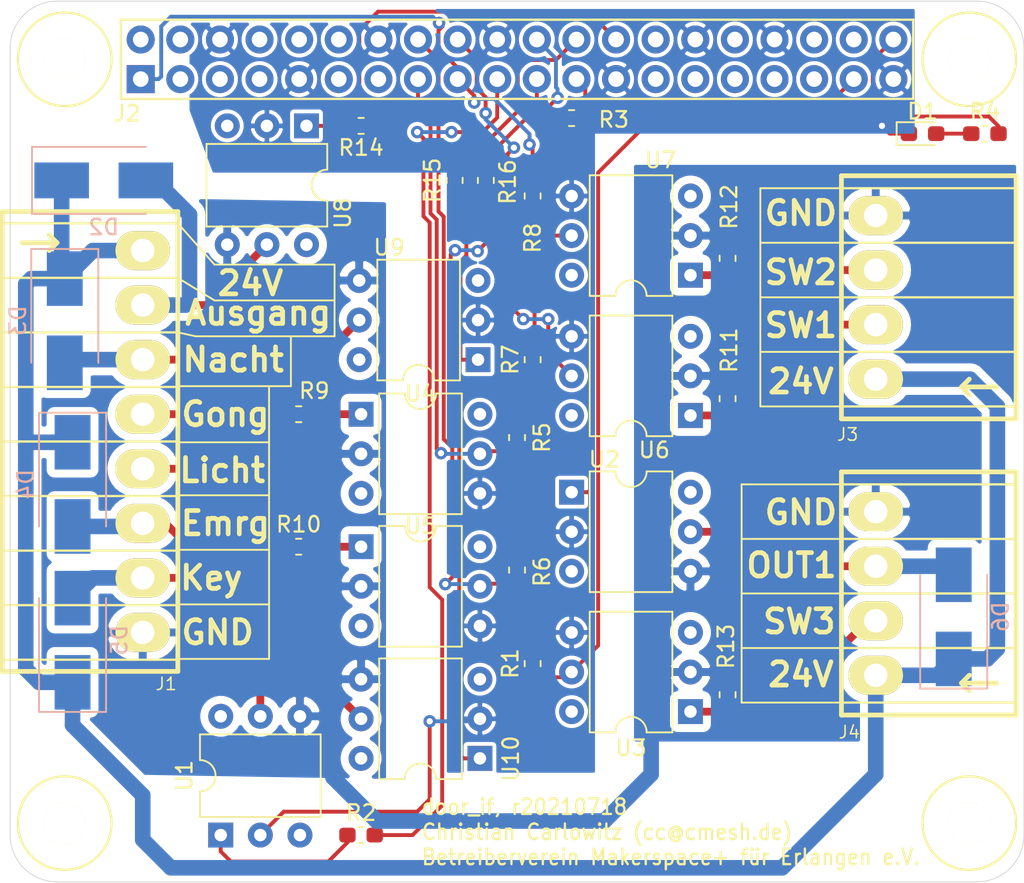
<source format=kicad_pcb>
(kicad_pcb (version 20171130) (host pcbnew 5.1.5+dfsg1-2build2)
  (layers (0 F.Cu signal) (31 B.Cu signal) (34 B.Paste user) (35 F.Paste user) (36 B.SilkS user) (37 F.SilkS user) (38 B.Mask user) (39 F.Mask user) (44 Edge.Cuts user))
  (net 0 "")
  (net 1 GND)
  (net 2 "Net-(D1-Pad2)")
  (net 3 Ausgang)
  (net 4 +24V)
  (net 5 Nacht)
  (net 6 Emergency)
  (net 7 Key)
  (net 8 OUT1)
  (net 9 Gong)
  (net 10 Licht)
  (net 11 GNDA)
  (net 12 O_Ausgang)
  (net 13 O_Nacht)
  (net 14 O_Out1)
  (net 15 I_SW2)
  (net 16 O_Emergency)
  (net 17 O_Key)
  (net 18 I_SW1)
  (net 19 +3V3)
  (net 20 I_Licht)
  (net 21 I_Gong)
  (net 22 O_LED)
  (net 23 I_SW3)
  (net 24 SW2)
  (net 25 SW1)
  (net 26 SW3)
  (net 27 "Net-(R2-Pad1)")
  (net 28 "Net-(R3-Pad1)")
  (net 29 "Net-(R9-Pad2)")
  (net 30 "Net-(R10-Pad2)")
  (net 31 "Net-(R11-Pad2)")
  (net 32 "Net-(R12-Pad2)")
  (net 33 "Net-(R13-Pad2)")
  (net 34 "Net-(R14-Pad1)")
  (net 35 "Net-(R15-Pad1)")
  (net 36 "Net-(R16-Pad1)")
  (module LED_SMD:LED_0603_1608Metric_Pad1.05x0.95mm_HandSolder (layer F.Cu) (at 146 67.5)
    (fp_text reference D1 (at 0 -1.43) (layer F.SilkS))
    (fp_text value LED)
    (pad 1 smd roundrect (at -0.875 0) (size 1.05 0.95) (layers F.Cu F.Paste F.Mask) (net 1 GND))
    (pad 2 smd roundrect (at 0.875 0) (size 1.05 0.95) (layers F.Cu F.Paste F.Mask) (net 2 "Net-(D1-Pad2)"))
  )
  (module Diode_SMD:D_SMB_Handsoldering (layer B.Cu) (at 93.5 70.5)
    (fp_text reference D2 (at 0 3) (layer B.SilkS) (effects (justify mirror)))
    (fp_text value MBRS240)
    (pad 2 smd rect (at 2.7 0) (size 3.5 2.3) (layers B.Cu B.Paste B.Mask) (net 3 Ausgang))
    (pad 1 smd rect (at -2.7 0) (size 3.5 2.3) (layers B.Cu B.Paste B.Mask) (net 4 +24V))
  )
  (module Diode_SMD:D_SMB_Handsoldering (layer B.Cu) (at 91 79.5 270)
    (fp_text reference D3 (at 0 3 90) (layer B.SilkS) (effects (justify mirror)))
    (fp_text value MBRS240)
    (pad 1 smd rect (at -2.7 0 270) (size 3.5 2.3) (layers B.Cu B.Paste B.Mask) (net 4 +24V))
    (pad 2 smd rect (at 2.7 0 270) (size 3.5 2.3) (layers B.Cu B.Paste B.Mask) (net 5 Nacht))
  )
  (module Diode_SMD:D_SMB_Handsoldering (layer B.Cu) (at 91.5 90 270)
    (fp_text reference D4 (at 0 3 90) (layer B.SilkS) (effects (justify mirror)))
    (fp_text value MBRS240)
    (pad 2 smd rect (at 2.7 0 270) (size 3.5 2.3) (layers B.Cu B.Paste B.Mask) (net 6 Emergency))
    (pad 1 smd rect (at -2.7 0 270) (size 3.5 2.3) (layers B.Cu B.Paste B.Mask) (net 4 +24V))
  )
  (module Diode_SMD:D_SMB_Handsoldering (layer B.Cu) (at 91.5 100 90)
    (fp_text reference D5 (at 0 3 270) (layer B.SilkS) (effects (justify mirror)))
    (fp_text value MBRS240)
    (pad 1 smd rect (at -2.7 0 90) (size 3.5 2.3) (layers B.Cu B.Paste B.Mask) (net 4 +24V))
    (pad 2 smd rect (at 2.7 0 90) (size 3.5 2.3) (layers B.Cu B.Paste B.Mask) (net 7 Key))
  )
  (module Diode_SMD:D_SMB_Handsoldering (layer B.Cu) (at 148 98.5 90)
    (fp_text reference D6 (at 0 3 270) (layer B.SilkS) (effects (justify mirror)))
    (fp_text value MBRS240)
    (pad 1 smd rect (at -2.7 0 90) (size 3.5 2.3) (layers B.Cu B.Paste B.Mask) (net 4 +24V))
    (pad 2 smd rect (at 2.7 0 90) (size 3.5 2.3) (layers B.Cu B.Paste B.Mask) (net 8 OUT1))
  )
  (module cc_con-lst:con-ria-TYPE_182_169_8PIN (layer F.Cu) (at 96 75 270)
    (fp_text reference J1 (at 27.8 -1.5 180) (layer F.SilkS) (effects (font (size 0.8 0.8) (thickness 0.1))))
    (fp_text value Conn_01x08 hide)
    (pad 1 thru_hole oval (at 0 0 270) (size 2.5 3.5) (drill 1.5) (layers *.Cu *.Mask F.Paste F.SilkS) (net 4 +24V))
    (pad 2 thru_hole oval (at 3.49758 0 270) (size 2.5 3.5) (drill 1.5) (layers *.Cu *.Mask F.Paste F.SilkS) (net 3 Ausgang))
    (pad 3 thru_hole oval (at 6.9977 0 270) (size 2.5 3.5) (drill 1.5) (layers *.Cu *.Mask F.Paste F.SilkS) (net 5 Nacht))
    (pad 4 thru_hole oval (at 10.49782 0 270) (size 2.5 3.5) (drill 1.5) (layers *.Cu *.Mask F.Paste F.SilkS) (net 9 Gong))
    (pad 5 thru_hole oval (at 14 0 270) (size 2.5 3.5) (drill 1.5) (layers *.Cu *.Mask F.Paste F.SilkS) (net 10 Licht))
    (pad 6 thru_hole oval (at 17.5 0 270) (size 2.5 3.5) (drill 1.5) (layers *.Cu *.Mask F.Paste F.SilkS) (net 6 Emergency))
    (pad 7 thru_hole oval (at 21 0 270) (size 2.5 3.5) (drill 1.5) (layers *.Cu *.Mask F.Paste F.SilkS) (net 7 Key))
    (pad 8 thru_hole oval (at 24.5 0 270) (size 2.5 3.5) (drill 1.5) (layers *.Cu *.Mask F.Paste F.SilkS) (net 11 GNDA))
  )
  (module cc_rpi:CC_RPI_3_4 (layer F.Cu) (at 95.87 64)
    (fp_text reference J2 (at -0.87 2.2) (layer F.SilkS))
    (fp_text value Raspberry_Pi_2_3 hide)
    (pad "" np_thru_hole circle (at 53.13 47.73) (size 2.7 2.7) (drill 2.7) (layers *.Cu *.Mask F.SilkS))
    (pad "" np_thru_hole circle (at -4.87 47.73) (size 2.7 2.7) (drill 2.7) (layers *.Cu *.Mask F.SilkS))
    (pad "" np_thru_hole circle (at -4.87 -1.27) (size 2.7 2.7) (drill 2.7) (layers *.Cu *.Mask F.SilkS))
    (pad "" np_thru_hole circle (at 53.13 -1.27) (size 2.7 2.7) (drill 2.7) (layers *.Cu *.Mask F.SilkS))
    (pad 26 thru_hole circle (at 30.48 -2.54) (size 1.8 1.8) (drill 1) (layers *.Cu *.Mask) (net 12 O_Ausgang))
    (pad 25 thru_hole circle (at 30.48 0) (size 1.8 1.8) (drill 1) (layers *.Cu *.Mask) (net 1 GND))
    (pad 24 thru_hole circle (at 27.94 -2.54) (size 1.8 1.8) (drill 1) (layers *.Cu *.Mask) (net 13 O_Nacht))
    (pad 23 thru_hole circle (at 27.94 0) (size 1.8 1.8) (drill 1) (layers *.Cu *.Mask) (net 14 O_Out1))
    (pad 22 thru_hole circle (at 25.4 -2.54) (size 1.8 1.8) (drill 1) (layers *.Cu *.Mask) (net 15 I_SW2))
    (pad 21 thru_hole circle (at 25.4 0) (size 1.8 1.8) (drill 1) (layers *.Cu *.Mask) (net 16 O_Emergency))
    (pad 20 thru_hole circle (at 22.86 -2.54) (size 1.8 1.8) (drill 1) (layers *.Cu *.Mask) (net 1 GND))
    (pad 19 thru_hole circle (at 22.86 0) (size 1.8 1.8) (drill 1) (layers *.Cu *.Mask) (net 17 O_Key))
    (pad 18 thru_hole circle (at 20.32 -2.54) (size 1.8 1.8) (drill 1) (layers *.Cu *.Mask) (net 18 I_SW1))
    (pad 17 thru_hole circle (at 20.32 0) (size 1.8 1.8) (drill 1) (layers *.Cu *.Mask) (net 19 +3V3))
    (pad 16 thru_hole circle (at 17.78 -2.54) (size 1.8 1.8) (drill 1) (layers *.Cu *.Mask) (net 20 I_Licht))
    (pad 15 thru_hole circle (at 17.78 0) (size 1.8 1.8) (drill 1) (layers *.Cu *.Mask) (net 21 I_Gong))
    (pad 14 thru_hole circle (at 15.24 -2.54) (size 1.8 1.8) (drill 1) (layers *.Cu *.Mask) (net 1 GND))
    (pad 13 thru_hole circle (at 15.24 0) (size 1.8 1.8) (drill 1) (layers *.Cu *.Mask))
    (pad 12 thru_hole circle (at 12.7 -2.54) (size 1.8 1.8) (drill 1) (layers *.Cu *.Mask))
    (pad 11 thru_hole circle (at 12.7 0) (size 1.8 1.8) (drill 1) (layers *.Cu *.Mask))
    (pad 10 thru_hole circle (at 10.16 -2.54) (size 1.8 1.8) (drill 1) (layers *.Cu *.Mask))
    (pad 9 thru_hole circle (at 10.16 0) (size 1.8 1.8) (drill 1) (layers *.Cu *.Mask) (net 1 GND))
    (pad 8 thru_hole circle (at 7.62 -2.54) (size 1.8 1.8) (drill 1) (layers *.Cu *.Mask))
    (pad 7 thru_hole circle (at 7.62 0) (size 1.8 1.8) (drill 1) (layers *.Cu *.Mask))
    (pad 6 thru_hole circle (at 5.08 -2.54) (size 1.8 1.8) (drill 1) (layers *.Cu *.Mask) (net 1 GND))
    (pad 5 thru_hole circle (at 5.08 0) (size 1.8 1.8) (drill 1) (layers *.Cu *.Mask))
    (pad 4 thru_hole circle (at 2.54 -2.54) (size 1.8 1.8) (drill 1) (layers *.Cu *.Mask))
    (pad 3 thru_hole circle (at 2.54 0) (size 1.8 1.8) (drill 1) (layers *.Cu *.Mask))
    (pad 2 thru_hole circle (at 0 -2.54) (size 1.8 1.8) (drill 1) (layers *.Cu *.Mask))
    (pad 1 thru_hole rect (at 0 0) (size 1.8 1.8) (drill 1) (layers *.Cu *.Mask) (net 19 +3V3))
    (pad 27 thru_hole circle (at 33.02 0) (size 1.8 1.8) (drill 1) (layers *.Cu *.Mask))
    (pad 28 thru_hole circle (at 33.02 -2.54) (size 1.8 1.8) (drill 1) (layers *.Cu *.Mask))
    (pad 29 thru_hole circle (at 35.56 0) (size 1.8 1.8) (drill 1) (layers *.Cu *.Mask))
    (pad 30 thru_hole circle (at 35.56 -2.54) (size 1.8 1.8) (drill 1) (layers *.Cu *.Mask) (net 1 GND))
    (pad 31 thru_hole circle (at 38.1 0) (size 1.8 1.8) (drill 1) (layers *.Cu *.Mask))
    (pad 32 thru_hole circle (at 38.1 -2.54) (size 1.8 1.8) (drill 1) (layers *.Cu *.Mask))
    (pad 33 thru_hole circle (at 40.64 0) (size 1.8 1.8) (drill 1) (layers *.Cu *.Mask))
    (pad 34 thru_hole circle (at 40.64 -2.54) (size 1.8 1.8) (drill 1) (layers *.Cu *.Mask) (net 1 GND))
    (pad 35 thru_hole circle (at 43.18 0) (size 1.8 1.8) (drill 1) (layers *.Cu *.Mask))
    (pad 36 thru_hole circle (at 43.18 -2.54) (size 1.8 1.8) (drill 1) (layers *.Cu *.Mask))
    (pad 37 thru_hole circle (at 45.72 0) (size 1.8 1.8) (drill 1) (layers *.Cu *.Mask) (net 23 I_SW3))
    (pad 38 thru_hole circle (at 45.72 -2.54) (size 1.8 1.8) (drill 1) (layers *.Cu *.Mask))
    (pad 39 thru_hole circle (at 48.26 0) (size 1.8 1.8) (drill 1) (layers *.Cu *.Mask) (net 1 GND))
    (pad 40 thru_hole circle (at 48.26 -2.54) (size 1.8 1.8) (drill 1) (layers *.Cu *.Mask) (net 22 O_LED))
  )
  (module cc_con-lst:con-ria-TYPE_182_169_4PIN (layer F.Cu) (at 143 78 90)
    (fp_text reference J3 (at -8.8 -1.8 180) (layer F.SilkS) (effects (font (size 0.8 0.8) (thickness 0.1))))
    (fp_text value Conn_01x04 hide)
    (pad 4 thru_hole oval (at 5.24782 0 90) (size 2.5 3.5) (drill 1.5) (layers *.Cu *.Mask F.Paste F.SilkS) (net 11 GNDA))
    (pad 3 thru_hole oval (at 1.7477 0 90) (size 2.5 3.5) (drill 1.5) (layers *.Cu *.Mask F.Paste F.SilkS) (net 24 SW2))
    (pad 2 thru_hole oval (at -1.75242 0 90) (size 2.5 3.5) (drill 1.5) (layers *.Cu *.Mask F.Paste F.SilkS) (net 25 SW1))
    (pad 1 thru_hole oval (at -5.25 0 90) (size 2.5 3.5) (drill 1.5) (layers *.Cu *.Mask F.Paste F.SilkS) (net 4 +24V))
  )
  (module cc_con-lst:con-ria-TYPE_182_169_4PIN (layer F.Cu) (at 143 97 90)
    (fp_text reference J4 (at -8.9 -1.7 180) (layer F.SilkS) (effects (font (size 0.8 0.8) (thickness 0.1))))
    (fp_text value Conn_01x04 hide)
    (pad 1 thru_hole oval (at -5.25 0 90) (size 2.5 3.5) (drill 1.5) (layers *.Cu *.Mask F.Paste F.SilkS) (net 4 +24V))
    (pad 2 thru_hole oval (at -1.75242 0 90) (size 2.5 3.5) (drill 1.5) (layers *.Cu *.Mask F.Paste F.SilkS) (net 26 SW3))
    (pad 3 thru_hole oval (at 1.7477 0 90) (size 2.5 3.5) (drill 1.5) (layers *.Cu *.Mask F.Paste F.SilkS) (net 8 OUT1))
    (pad 4 thru_hole oval (at 5.24782 0 90) (size 2.5 3.5) (drill 1.5) (layers *.Cu *.Mask F.Paste F.SilkS) (net 11 GNDA))
  )
  (module Resistor_SMD:R_0603_1608Metric_Pad1.05x0.95mm_HandSolder (layer F.Cu) (at 121 101.5 90)
    (fp_text reference R1 (at 0 -1.43 90) (layer F.SilkS))
    (fp_text value 10k)
    (pad 2 smd roundrect (at 0.875 0 90) (size 1.05 0.95) (layers F.Cu F.Paste F.Mask) (net 19 +3V3))
    (pad 1 smd roundrect (at -0.875 0 90) (size 1.05 0.95) (layers F.Cu F.Paste F.Mask) (net 23 I_SW3))
  )
  (module Resistor_SMD:R_0603_1608Metric_Pad1.05x0.95mm_HandSolder (layer F.Cu) (at 110 112.5)
    (fp_text reference R2 (at 0 -1.43) (layer F.SilkS))
    (fp_text value 220)
    (pad 2 smd roundrect (at 0.875 0) (size 1.05 0.95) (layers F.Cu F.Paste F.Mask) (net 17 O_Key))
    (pad 1 smd roundrect (at -0.875 0) (size 1.05 0.95) (layers F.Cu F.Paste F.Mask) (net 27 "Net-(R2-Pad1)"))
  )
  (module Resistor_SMD:R_0603_1608Metric_Pad1.05x0.95mm_HandSolder (layer F.Cu) (at 123.5 66.5)
    (fp_text reference R3 (at 2.7 0.1) (layer F.SilkS))
    (fp_text value 220)
    (pad 1 smd roundrect (at -0.875 0) (size 1.05 0.95) (layers F.Cu F.Paste F.Mask) (net 28 "Net-(R3-Pad1)"))
    (pad 2 smd roundrect (at 0.875 0) (size 1.05 0.95) (layers F.Cu F.Paste F.Mask) (net 14 O_Out1))
  )
  (module Resistor_SMD:R_0603_1608Metric_Pad1.05x0.95mm_HandSolder (layer F.Cu) (at 150 67.5)
    (fp_text reference R4 (at 0 -1.43) (layer F.SilkS))
    (fp_text value 470)
    (pad 2 smd roundrect (at 0.875 0) (size 1.05 0.95) (layers F.Cu F.Paste F.Mask) (net 22 O_LED))
    (pad 1 smd roundrect (at -0.875 0) (size 1.05 0.95) (layers F.Cu F.Paste F.Mask) (net 2 "Net-(D1-Pad2)"))
  )
  (module Resistor_SMD:R_0603_1608Metric_Pad1.05x0.95mm_HandSolder (layer F.Cu) (at 120 87 90)
    (fp_text reference R5 (at 0 1.6 90) (layer F.SilkS))
    (fp_text value 10k)
    (pad 2 smd roundrect (at 0.875 0 90) (size 1.05 0.95) (layers F.Cu F.Paste F.Mask) (net 19 +3V3))
    (pad 1 smd roundrect (at -0.875 0 90) (size 1.05 0.95) (layers F.Cu F.Paste F.Mask) (net 21 I_Gong))
  )
  (module Resistor_SMD:R_0603_1608Metric_Pad1.05x0.95mm_HandSolder (layer F.Cu) (at 120 95.5 90)
    (fp_text reference R6 (at -0.1 1.6 90) (layer F.SilkS))
    (fp_text value 10k)
    (pad 2 smd roundrect (at 0.875 0 90) (size 1.05 0.95) (layers F.Cu F.Paste F.Mask) (net 19 +3V3))
    (pad 1 smd roundrect (at -0.875 0 90) (size 1.05 0.95) (layers F.Cu F.Paste F.Mask) (net 20 I_Licht))
  )
  (module Resistor_SMD:R_0603_1608Metric_Pad1.05x0.95mm_HandSolder (layer F.Cu) (at 121 82 90)
    (fp_text reference R7 (at 0 -1.43 90) (layer F.SilkS))
    (fp_text value 10k)
    (pad 1 smd roundrect (at -0.875 0 90) (size 1.05 0.95) (layers F.Cu F.Paste F.Mask) (net 18 I_SW1))
    (pad 2 smd roundrect (at 0.875 0 90) (size 1.05 0.95) (layers F.Cu F.Paste F.Mask) (net 19 +3V3))
  )
  (module Resistor_SMD:R_0603_1608Metric_Pad1.05x0.95mm_HandSolder (layer F.Cu) (at 121 71.5 90)
    (fp_text reference R8 (at -2.7 0 90) (layer F.SilkS))
    (fp_text value 10k)
    (pad 2 smd roundrect (at 0.875 0 90) (size 1.05 0.95) (layers F.Cu F.Paste F.Mask) (net 19 +3V3))
    (pad 1 smd roundrect (at -0.875 0 90) (size 1.05 0.95) (layers F.Cu F.Paste F.Mask) (net 15 I_SW2))
  )
  (module Resistor_SMD:R_0603_1608Metric_Pad1.05x0.95mm_HandSolder (layer F.Cu) (at 106 85.5)
    (fp_text reference R9 (at 1 -1.5) (layer F.SilkS))
    (fp_text value 22k)
    (pad 2 smd roundrect (at 0.875 0) (size 1.05 0.95) (layers F.Cu F.Paste F.Mask) (net 29 "Net-(R9-Pad2)"))
    (pad 1 smd roundrect (at -0.875 0) (size 1.05 0.95) (layers F.Cu F.Paste F.Mask) (net 9 Gong))
  )
  (module Resistor_SMD:R_0603_1608Metric_Pad1.05x0.95mm_HandSolder (layer F.Cu) (at 106 94)
    (fp_text reference R10 (at 0 -1.43) (layer F.SilkS))
    (fp_text value 22k)
    (pad 1 smd roundrect (at -0.875 0) (size 1.05 0.95) (layers F.Cu F.Paste F.Mask) (net 10 Licht))
    (pad 2 smd roundrect (at 0.875 0) (size 1.05 0.95) (layers F.Cu F.Paste F.Mask) (net 30 "Net-(R10-Pad2)"))
  )
  (module Resistor_SMD:R_0603_1608Metric_Pad1.05x0.95mm_HandSolder (layer F.Cu) (at 133.5 84.5 270)
    (fp_text reference R11 (at -3.1 -0.1 90) (layer F.SilkS))
    (fp_text value 22k)
    (pad 2 smd roundrect (at 0.875 0 270) (size 1.05 0.95) (layers F.Cu F.Paste F.Mask) (net 31 "Net-(R11-Pad2)"))
    (pad 1 smd roundrect (at -0.875 0 270) (size 1.05 0.95) (layers F.Cu F.Paste F.Mask) (net 25 SW1))
  )
  (module Resistor_SMD:R_0603_1608Metric_Pad1.05x0.95mm_HandSolder (layer F.Cu) (at 133.5 75.5 270)
    (fp_text reference R12 (at -3.3 -0.1 90) (layer F.SilkS))
    (fp_text value 22k)
    (pad 1 smd roundrect (at -0.875 0 270) (size 1.05 0.95) (layers F.Cu F.Paste F.Mask) (net 24 SW2))
    (pad 2 smd roundrect (at 0.875 0 270) (size 1.05 0.95) (layers F.Cu F.Paste F.Mask) (net 32 "Net-(R12-Pad2)"))
  )
  (module Resistor_SMD:R_0603_1608Metric_Pad1.05x0.95mm_HandSolder (layer F.Cu) (at 133.5 103.5 270)
    (fp_text reference R13 (at -3.1 0.1 90) (layer F.SilkS))
    (fp_text value 22k)
    (pad 1 smd roundrect (at -0.875 0 270) (size 1.05 0.95) (layers F.Cu F.Paste F.Mask) (net 26 SW3))
    (pad 2 smd roundrect (at 0.875 0 270) (size 1.05 0.95) (layers F.Cu F.Paste F.Mask) (net 33 "Net-(R13-Pad2)"))
  )
  (module Resistor_SMD:R_0603_1608Metric_Pad1.05x0.95mm_HandSolder (layer F.Cu) (at 110 67)
    (fp_text reference R14 (at 0 1.4) (layer F.SilkS))
    (fp_text value 220)
    (pad 1 smd roundrect (at -0.875 0) (size 1.05 0.95) (layers F.Cu F.Paste F.Mask) (net 34 "Net-(R14-Pad1)"))
    (pad 2 smd roundrect (at 0.875 0) (size 1.05 0.95) (layers F.Cu F.Paste F.Mask) (net 12 O_Ausgang))
  )
  (module Resistor_SMD:R_0603_1608Metric_Pad1.05x0.95mm_HandSolder (layer F.Cu) (at 116 70.5 90)
    (fp_text reference R15 (at 0 -1.43 90) (layer F.SilkS))
    (fp_text value 220)
    (pad 1 smd roundrect (at -0.875 0 90) (size 1.05 0.95) (layers F.Cu F.Paste F.Mask) (net 35 "Net-(R15-Pad1)"))
    (pad 2 smd roundrect (at 0.875 0 90) (size 1.05 0.95) (layers F.Cu F.Paste F.Mask) (net 13 O_Nacht))
  )
  (module Resistor_SMD:R_0603_1608Metric_Pad1.05x0.95mm_HandSolder (layer F.Cu) (at 118 70.5 90)
    (fp_text reference R16 (at -0.1 1.4 90) (layer F.SilkS))
    (fp_text value 220)
    (pad 1 smd roundrect (at -0.875 0 90) (size 1.05 0.95) (layers F.Cu F.Paste F.Mask) (net 36 "Net-(R16-Pad1)"))
    (pad 2 smd roundrect (at 0.875 0 90) (size 1.05 0.95) (layers F.Cu F.Paste F.Mask) (net 16 O_Emergency))
  )
  (module Package_DIP:DIP-6_W7.62mm (layer F.Cu) (at 101 112.5 90)
    (fp_text reference U1 (at 3.81 -2.33 90) (layer F.SilkS))
    (fp_text value 4N32)
    (pad 6 thru_hole oval (at 7.62 0 90) (size 1.6 1.6) (drill 0.8) (layers *.Cu *.Mask))
    (pad 3 thru_hole oval (at 0 5.08 90) (size 1.6 1.6) (drill 0.8) (layers *.Cu *.Mask))
    (pad 5 thru_hole oval (at 7.62 2.54 90) (size 1.6 1.6) (drill 0.8) (layers *.Cu *.Mask) (net 7 Key))
    (pad 2 thru_hole oval (at 0 2.54 90) (size 1.6 1.6) (drill 0.8) (layers *.Cu *.Mask) (net 1 GND))
    (pad 4 thru_hole oval (at 7.62 5.08 90) (size 1.6 1.6) (drill 0.8) (layers *.Cu *.Mask) (net 11 GNDA))
    (pad 1 thru_hole rect (at 0 0 90) (size 1.6 1.6) (drill 0.8) (layers *.Cu *.Mask) (net 27 "Net-(R2-Pad1)"))
  )
  (module Package_DIP:DIP-6_W7.62mm (layer F.Cu) (at 123.5 90.5)
    (fp_text reference U2 (at 2.1 -2.1) (layer F.SilkS))
    (fp_text value 4N32)
    (pad 1 thru_hole rect (at 0 0) (size 1.6 1.6) (drill 0.8) (layers *.Cu *.Mask) (net 28 "Net-(R3-Pad1)"))
    (pad 4 thru_hole oval (at 7.62 5.08) (size 1.6 1.6) (drill 0.8) (layers *.Cu *.Mask) (net 11 GNDA))
    (pad 2 thru_hole oval (at 0 2.54) (size 1.6 1.6) (drill 0.8) (layers *.Cu *.Mask) (net 1 GND))
    (pad 5 thru_hole oval (at 7.62 2.54) (size 1.6 1.6) (drill 0.8) (layers *.Cu *.Mask) (net 8 OUT1))
    (pad 3 thru_hole oval (at 0 5.08) (size 1.6 1.6) (drill 0.8) (layers *.Cu *.Mask))
    (pad 6 thru_hole oval (at 7.62 0) (size 1.6 1.6) (drill 0.8) (layers *.Cu *.Mask))
  )
  (module Package_DIP:DIP-6_W7.62mm (layer F.Cu) (at 131.12 104.58 180)
    (fp_text reference U3 (at 3.81 -2.33) (layer F.SilkS))
    (fp_text value 4N32)
    (pad 1 thru_hole rect (at 0 0 180) (size 1.6 1.6) (drill 0.8) (layers *.Cu *.Mask) (net 33 "Net-(R13-Pad2)"))
    (pad 4 thru_hole oval (at 7.62 5.08 180) (size 1.6 1.6) (drill 0.8) (layers *.Cu *.Mask) (net 1 GND))
    (pad 2 thru_hole oval (at 0 2.54 180) (size 1.6 1.6) (drill 0.8) (layers *.Cu *.Mask) (net 11 GNDA))
    (pad 5 thru_hole oval (at 7.62 2.54 180) (size 1.6 1.6) (drill 0.8) (layers *.Cu *.Mask) (net 23 I_SW3))
    (pad 3 thru_hole oval (at 0 5.08 180) (size 1.6 1.6) (drill 0.8) (layers *.Cu *.Mask))
    (pad 6 thru_hole oval (at 7.62 0 180) (size 1.6 1.6) (drill 0.8) (layers *.Cu *.Mask))
  )
  (module Package_DIP:DIP-6_W7.62mm (layer F.Cu) (at 110 85.5)
    (fp_text reference U4 (at 3.81 -1.33) (layer F.SilkS))
    (fp_text value 4N32)
    (pad 6 thru_hole oval (at 7.62 0) (size 1.6 1.6) (drill 0.8) (layers *.Cu *.Mask))
    (pad 3 thru_hole oval (at 0 5.08) (size 1.6 1.6) (drill 0.8) (layers *.Cu *.Mask))
    (pad 5 thru_hole oval (at 7.62 2.54) (size 1.6 1.6) (drill 0.8) (layers *.Cu *.Mask) (net 21 I_Gong))
    (pad 2 thru_hole oval (at 0 2.54) (size 1.6 1.6) (drill 0.8) (layers *.Cu *.Mask) (net 11 GNDA))
    (pad 4 thru_hole oval (at 7.62 5.08) (size 1.6 1.6) (drill 0.8) (layers *.Cu *.Mask) (net 1 GND))
    (pad 1 thru_hole rect (at 0 0) (size 1.6 1.6) (drill 0.8) (layers *.Cu *.Mask) (net 29 "Net-(R9-Pad2)"))
  )
  (module Package_DIP:DIP-6_W7.62mm (layer F.Cu) (at 110 94)
    (fp_text reference U5 (at 3.81 -1.33) (layer F.SilkS))
    (fp_text value 4N32)
    (pad 1 thru_hole rect (at 0 0) (size 1.6 1.6) (drill 0.8) (layers *.Cu *.Mask) (net 30 "Net-(R10-Pad2)"))
    (pad 4 thru_hole oval (at 7.62 5.08) (size 1.6 1.6) (drill 0.8) (layers *.Cu *.Mask) (net 1 GND))
    (pad 2 thru_hole oval (at 0 2.54) (size 1.6 1.6) (drill 0.8) (layers *.Cu *.Mask) (net 11 GNDA))
    (pad 5 thru_hole oval (at 7.62 2.54) (size 1.6 1.6) (drill 0.8) (layers *.Cu *.Mask) (net 20 I_Licht))
    (pad 3 thru_hole oval (at 0 5.08) (size 1.6 1.6) (drill 0.8) (layers *.Cu *.Mask))
    (pad 6 thru_hole oval (at 7.62 0) (size 1.6 1.6) (drill 0.8) (layers *.Cu *.Mask))
  )
  (module Package_DIP:DIP-6_W7.62mm (layer F.Cu) (at 131.12 85.58 180)
    (fp_text reference U6 (at 2.32 -2.22) (layer F.SilkS))
    (fp_text value 4N32)
    (pad 6 thru_hole oval (at 7.62 0 180) (size 1.6 1.6) (drill 0.8) (layers *.Cu *.Mask))
    (pad 3 thru_hole oval (at 0 5.08 180) (size 1.6 1.6) (drill 0.8) (layers *.Cu *.Mask))
    (pad 5 thru_hole oval (at 7.62 2.54 180) (size 1.6 1.6) (drill 0.8) (layers *.Cu *.Mask) (net 18 I_SW1))
    (pad 2 thru_hole oval (at 0 2.54 180) (size 1.6 1.6) (drill 0.8) (layers *.Cu *.Mask) (net 11 GNDA))
    (pad 4 thru_hole oval (at 7.62 5.08 180) (size 1.6 1.6) (drill 0.8) (layers *.Cu *.Mask) (net 1 GND))
    (pad 1 thru_hole rect (at 0 0 180) (size 1.6 1.6) (drill 0.8) (layers *.Cu *.Mask) (net 31 "Net-(R11-Pad2)"))
  )
  (module Package_DIP:DIP-6_W7.62mm (layer F.Cu) (at 131.12 76.58 180)
    (fp_text reference U7 (at 1.92 7.38) (layer F.SilkS))
    (fp_text value 4N32)
    (pad 1 thru_hole rect (at 0 0 180) (size 1.6 1.6) (drill 0.8) (layers *.Cu *.Mask) (net 32 "Net-(R12-Pad2)"))
    (pad 4 thru_hole oval (at 7.62 5.08 180) (size 1.6 1.6) (drill 0.8) (layers *.Cu *.Mask) (net 1 GND))
    (pad 2 thru_hole oval (at 0 2.54 180) (size 1.6 1.6) (drill 0.8) (layers *.Cu *.Mask) (net 11 GNDA))
    (pad 5 thru_hole oval (at 7.62 2.54 180) (size 1.6 1.6) (drill 0.8) (layers *.Cu *.Mask) (net 15 I_SW2))
    (pad 3 thru_hole oval (at 0 5.08 180) (size 1.6 1.6) (drill 0.8) (layers *.Cu *.Mask))
    (pad 6 thru_hole oval (at 7.62 0 180) (size 1.6 1.6) (drill 0.8) (layers *.Cu *.Mask))
  )
  (module Package_DIP:DIP-6_W7.62mm (layer F.Cu) (at 106.5 67 270)
    (fp_text reference U8 (at 5.6 -2.33 90) (layer F.SilkS))
    (fp_text value 4N32)
    (pad 6 thru_hole oval (at 7.62 0 270) (size 1.6 1.6) (drill 0.8) (layers *.Cu *.Mask))
    (pad 3 thru_hole oval (at 0 5.08 270) (size 1.6 1.6) (drill 0.8) (layers *.Cu *.Mask))
    (pad 5 thru_hole oval (at 7.62 2.54 270) (size 1.6 1.6) (drill 0.8) (layers *.Cu *.Mask) (net 3 Ausgang))
    (pad 2 thru_hole oval (at 0 2.54 270) (size 1.6 1.6) (drill 0.8) (layers *.Cu *.Mask) (net 1 GND))
    (pad 4 thru_hole oval (at 7.62 5.08 270) (size 1.6 1.6) (drill 0.8) (layers *.Cu *.Mask) (net 11 GNDA))
    (pad 1 thru_hole rect (at 0 0 270) (size 1.6 1.6) (drill 0.8) (layers *.Cu *.Mask) (net 34 "Net-(R14-Pad1)"))
  )
  (module Package_DIP:DIP-6_W7.62mm (layer F.Cu) (at 117.5 82 180)
    (fp_text reference U9 (at 5.7 7.2) (layer F.SilkS))
    (fp_text value 4N32)
    (pad 1 thru_hole rect (at 0 0 180) (size 1.6 1.6) (drill 0.8) (layers *.Cu *.Mask) (net 35 "Net-(R15-Pad1)"))
    (pad 4 thru_hole oval (at 7.62 5.08 180) (size 1.6 1.6) (drill 0.8) (layers *.Cu *.Mask) (net 11 GNDA))
    (pad 2 thru_hole oval (at 0 2.54 180) (size 1.6 1.6) (drill 0.8) (layers *.Cu *.Mask) (net 1 GND))
    (pad 5 thru_hole oval (at 7.62 2.54 180) (size 1.6 1.6) (drill 0.8) (layers *.Cu *.Mask) (net 5 Nacht))
    (pad 3 thru_hole oval (at 0 5.08 180) (size 1.6 1.6) (drill 0.8) (layers *.Cu *.Mask))
    (pad 6 thru_hole oval (at 7.62 0 180) (size 1.6 1.6) (drill 0.8) (layers *.Cu *.Mask))
  )
  (module Package_DIP:DIP-6_W7.62mm (layer F.Cu) (at 117.62 107.58 180)
    (fp_text reference U10 (at -1.98 -0.02 90) (layer F.SilkS))
    (fp_text value 4N32)
    (pad 6 thru_hole oval (at 7.62 0 180) (size 1.6 1.6) (drill 0.8) (layers *.Cu *.Mask))
    (pad 3 thru_hole oval (at 0 5.08 180) (size 1.6 1.6) (drill 0.8) (layers *.Cu *.Mask))
    (pad 5 thru_hole oval (at 7.62 2.54 180) (size 1.6 1.6) (drill 0.8) (layers *.Cu *.Mask) (net 6 Emergency))
    (pad 2 thru_hole oval (at 0 2.54 180) (size 1.6 1.6) (drill 0.8) (layers *.Cu *.Mask) (net 1 GND))
    (pad 4 thru_hole oval (at 7.62 5.08 180) (size 1.6 1.6) (drill 0.8) (layers *.Cu *.Mask) (net 11 GNDA))
    (pad 1 thru_hole rect (at 0 0 180) (size 1.6 1.6) (drill 0.8) (layers *.Cu *.Mask) (net 36 "Net-(R16-Pad1)"))
  )
  (gr_line (start 152.5 112.5) (end 152.5 62) (layer Edge.Cuts) (width 0.05))
  (gr_line (start 90.5 115.5) (end 149.5 115.5) (layer Edge.Cuts) (width 0.05))
  (gr_line (start 87.5 62) (end 87.5 112.5) (layer Edge.Cuts) (width 0.05))
  (gr_line (start 149.5 59) (end 90.5 59) (layer Edge.Cuts) (width 0.05))
  (gr_arc (start 149.5 62) (end 152.5 62) (angle -90) (layer Edge.Cuts) (width 0.05))
  (gr_arc (start 149.5 112.5) (end 149.5 115.5) (angle -90) (layer Edge.Cuts) (width 0.05))
  (gr_arc (start 90.5 112.5) (end 87.5 112.5) (angle -90) (layer Edge.Cuts) (width 0.05))
  (gr_arc (start 90.5 62) (end 90.5 59) (angle -90) (layer Edge.Cuts) (width 0.05))
  (gr_text "door_if, r20210718\nChristian Carlowitz (cc@cmesh.de)\nBetreiberverein Makerspace+ für Erlangen e.V." (at 113.8 112.3) (layer F.SilkS) (effects (font (size 1 0.9)) (justify left)))
  (gr_line (start 104.1 101.2) (end 98.3 101.2) (layer F.SilkS) (width 0.12))
  (gr_line (start 104.1 97.7) (end 104.1 101.2) (layer F.SilkS) (width 0.12))
  (gr_line (start 104.1 97.7) (end 98.4 97.7) (layer F.SilkS) (width 0.12))
  (gr_line (start 104.1 94.2) (end 104.1 97.7) (layer F.SilkS) (width 0.12))
  (gr_line (start 104.1 94.2) (end 98.3 94.2) (layer F.SilkS) (width 0.12))
  (gr_line (start 104.1 90.7) (end 104.1 94.2) (layer F.SilkS) (width 0.12))
  (gr_line (start 104.1 90.7) (end 98.4 90.7) (layer F.SilkS) (width 0.12))
  (gr_line (start 104.1 87.3) (end 104.1 90.7) (layer F.SilkS) (width 0.12))
  (gr_line (start 104.1 87.3) (end 98.4 87.3) (layer F.SilkS) (width 0.12))
  (gr_line (start 104.1 83.7) (end 104.1 87.3) (layer F.SilkS) (width 0.12))
  (gr_line (start 105.5 83.7) (end 98.3 83.7) (layer F.SilkS) (width 0.12))
  (gr_line (start 105.5 80.5) (end 105.5 83.7) (layer F.SilkS) (width 0.12))
  (gr_line (start 108.3 75.9) (end 108.3 78.2) (layer F.SilkS) (width 0.12))
  (gr_line (start 100.6 75.9) (end 108.3 75.9) (layer F.SilkS) (width 0.12))
  (gr_line (start 98.25 73.25) (end 100.6 75.9) (layer F.SilkS) (width 0.12))
  (gr_line (start 99.4 80.5) (end 98.25 80.25) (layer F.SilkS) (width 0.12))
  (gr_line (start 108.3 80.5) (end 99.4 80.5) (layer F.SilkS) (width 0.12))
  (gr_line (start 108.3 78.2) (end 108.3 80.5) (layer F.SilkS) (width 0.12))
  (gr_line (start 100.6 78.2) (end 108.3 78.2) (layer F.SilkS) (width 0.12))
  (gr_line (start 98.25 76.75) (end 100.6 78.2) (layer F.SilkS) (width 0.12))
  (gr_text 24V (at 102.9 77.1) (layer F.SilkS) (effects (font (size 1.5 1.5) (thickness 0.3))))
  (gr_text Ausgang (at 103.4 79) (layer F.SilkS) (effects (font (size 1.5 1.5) (thickness 0.3))))
  (gr_text Nacht (at 101.8 82) (layer F.SilkS) (effects (font (size 1.5 1.5) (thickness 0.3))))
  (gr_text Gong (at 101.3 85.5) (layer F.SilkS) (effects (font (size 1.5 1.5) (thickness 0.3))))
  (gr_text Licht (at 101.1 89.1) (layer F.SilkS) (effects (font (size 1.5 1.5) (thickness 0.3))))
  (gr_text Emrg (at 101.3 92.5) (layer F.SilkS) (effects (font (size 1.5 1.5) (thickness 0.3))))
  (gr_text Key (at 100.4 96) (layer F.SilkS) (effects (font (size 1.5 1.5) (thickness 0.3))))
  (gr_text GND (at 100.8 99.5) (layer F.SilkS) (effects (font (size 1.5 1.5) (thickness 0.3))))
  (gr_line (start 140.75 93.5) (end 134.4 93.5) (layer F.SilkS) (width 0.12))
  (gr_line (start 140.75 97) (end 134.4 97) (layer F.SilkS) (width 0.12))
  (gr_line (start 140.75 100.5) (end 134.4 100.5) (layer F.SilkS) (width 0.12))
  (gr_line (start 134.4 104) (end 140.75 104) (layer F.SilkS) (width 0.12))
  (gr_line (start 134.4 97) (end 134.4 104) (layer F.SilkS) (width 0.12))
  (gr_line (start 134.4 90) (end 134.4 97) (layer F.SilkS) (width 0.12))
  (gr_line (start 140.75 90) (end 134.4 90) (layer F.SilkS) (width 0.12))
  (gr_text 24V (at 138.2 102.2) (layer F.SilkS) (effects (font (size 1.5 1.5) (thickness 0.3))))
  (gr_text SW3 (at 138.1 98.8) (layer F.SilkS) (effects (font (size 1.5 1.5) (thickness 0.3))))
  (gr_text OUT1 (at 137.6 95.2) (layer F.SilkS) (effects (font (size 1.5 1.5) (thickness 0.3))))
  (gr_text GND (at 138.2 91.8) (layer F.SilkS) (effects (font (size 1.5 1.5) (thickness 0.3))))
  (gr_line (start 140.75 74.5) (end 135.6 74.5) (layer F.SilkS) (width 0.12))
  (gr_line (start 140.75 78) (end 135.6 78) (layer F.SilkS) (width 0.12))
  (gr_line (start 140.75 81.5) (end 135.6 81.5) (layer F.SilkS) (width 0.12))
  (gr_line (start 135.6 85) (end 140.75 85) (layer F.SilkS) (width 0.12))
  (gr_line (start 135.6 71) (end 135.6 85) (layer F.SilkS) (width 0.12))
  (gr_line (start 140.8 71) (end 135.6 71) (layer F.SilkS) (width 0.12))
  (gr_text 24V (at 138.2 83.4) (layer F.SilkS) (effects (font (size 1.5 1.5) (thickness 0.3))))
  (gr_text SW1 (at 138.2 79.8) (layer F.SilkS) (effects (font (size 1.5 1.5) (thickness 0.3))))
  (gr_text SW2 (at 138.2 76.4) (layer F.SilkS) (effects (font (size 1.5 1.5) (thickness 0.3))))
  (gr_text GND (at 138.2 72.6) (layer F.SilkS) (effects (font (size 1.5 1.5) (thickness 0.3))))
  (segment (start 103.54 112.5) (end 105.04 111) (width 0.25) (layer F.Cu) (net 1))
  (segment (start 105.04 111) (end 113.6 111) (width 0.25) (layer F.Cu) (net 1))
  (segment (start 114.4 110.2) (end 114.4 105.2) (width 0.25) (layer F.Cu) (net 1))
  (via (at 114.4 105.2) (size 0.8) (drill 0.4) (layers F.Cu B.Cu) (net 1))
  (segment (start 113.6 111) (end 114.4 110.2) (width 0.25) (layer F.Cu) (net 1))
  (segment (start 117.46 105.2) (end 117.62 105.04) (width 0.25) (layer B.Cu) (net 1))
  (segment (start 114.4 105.2) (end 117.46 105.2) (width 0.25) (layer B.Cu) (net 1))
  (via (at 143.4 67) (size 0.8) (drill 0.4) (layers F.Cu B.Cu) (net 1))
  (segment (start 143.9 67.5) (end 143.4 67) (width 0.25) (layer F.Cu) (net 1))
  (segment (start 145.125 67.5) (end 143.9 67.5) (width 0.25) (layer F.Cu) (net 1))
  (segment (start 146.875 67.5) (end 149.125 67.5) (width 0.25) (layer F.Cu) (net 2))
  (segment (start 96.8 70.5) (end 99 72.7) (width 1) (layer B.Cu) (net 3))
  (segment (start 96.2 70.5) (end 96.8 70.5) (width 1) (layer B.Cu) (net 3))
  (segment (start 98.75 78.49758) (end 96 78.49758) (width 1) (layer B.Cu) (net 3))
  (segment (start 99 78.24758) (end 98.75 78.49758) (width 1) (layer B.Cu) (net 3))
  (segment (start 99 72.7) (end 99 78.24758) (width 1) (layer B.Cu) (net 3))
  (segment (start 100.08242 78.49758) (end 103.96 74.62) (width 0.5) (layer F.Cu) (net 3))
  (segment (start 96 78.49758) (end 100.08242 78.49758) (width 0.5) (layer F.Cu) (net 3))
  (segment (start 90.8 76.6) (end 91 76.8) (width 1) (layer B.Cu) (net 4))
  (segment (start 90.8 70.5) (end 90.8 76.6) (width 1) (layer B.Cu) (net 4))
  (segment (start 88.85 76.8) (end 88.5 77.15) (width 1) (layer B.Cu) (net 4))
  (segment (start 91 76.8) (end 88.85 76.8) (width 1) (layer B.Cu) (net 4))
  (segment (start 89.35 102.7) (end 91.5 102.7) (width 1) (layer B.Cu) (net 4))
  (segment (start 88.5 101.85) (end 89.35 102.7) (width 1) (layer B.Cu) (net 4))
  (segment (start 88.7 87.3) (end 88.5 87.5) (width 1) (layer B.Cu) (net 4))
  (segment (start 91.5 87.3) (end 88.7 87.3) (width 1) (layer B.Cu) (net 4))
  (segment (start 88.5 87.5) (end 88.5 101.85) (width 1) (layer B.Cu) (net 4))
  (segment (start 88.5 77.15) (end 88.5 87.5) (width 1) (layer B.Cu) (net 4))
  (segment (start 92.8 75) (end 91 76.8) (width 1) (layer B.Cu) (net 4))
  (segment (start 96 75) (end 92.8 75) (width 1) (layer B.Cu) (net 4))
  (segment (start 146.95 102.25) (end 148 101.2) (width 1) (layer B.Cu) (net 4))
  (segment (start 143 102.25) (end 146.95 102.25) (width 1) (layer B.Cu) (net 4))
  (segment (start 91.5 105.45) (end 96 109.95) (width 1) (layer B.Cu) (net 4))
  (segment (start 91.5 102.7) (end 91.5 105.45) (width 1) (layer B.Cu) (net 4))
  (segment (start 96 109.95) (end 96 112.8) (width 1) (layer B.Cu) (net 4))
  (segment (start 96 112.8) (end 97.8 114.6) (width 1) (layer B.Cu) (net 4))
  (segment (start 97.8 114.6) (end 137 114.6) (width 1) (layer B.Cu) (net 4))
  (segment (start 143 108.6) (end 143 102.25) (width 1) (layer B.Cu) (net 4))
  (segment (start 137 114.6) (end 143 108.6) (width 1) (layer B.Cu) (net 4))
  (segment (start 150.15 101.2) (end 150.8 100.55) (width 1) (layer B.Cu) (net 4))
  (segment (start 148 101.2) (end 150.15 101.2) (width 1) (layer B.Cu) (net 4))
  (segment (start 150.8 100.55) (end 150.8 85) (width 1) (layer B.Cu) (net 4))
  (segment (start 149.05 83.25) (end 143 83.25) (width 1) (layer B.Cu) (net 4))
  (segment (start 150.8 85) (end 149.05 83.25) (width 1) (layer B.Cu) (net 4))
  (segment (start 91.2023 81.9977) (end 91 82.2) (width 1) (layer B.Cu) (net 5))
  (segment (start 96 81.9977) (end 91.2023 81.9977) (width 1) (layer B.Cu) (net 5))
  (segment (start 107.3423 81.9977) (end 109.88 79.46) (width 0.5) (layer F.Cu) (net 5))
  (segment (start 96 81.9977) (end 107.3423 81.9977) (width 0.5) (layer F.Cu) (net 5))
  (segment (start 109.200001 104.240001) (end 110 105.04) (width 0.5) (layer F.Cu) (net 6))
  (segment (start 97.46 92.5) (end 109.200001 104.240001) (width 0.5) (layer F.Cu) (net 6))
  (segment (start 96 92.5) (end 97.46 92.5) (width 0.5) (layer F.Cu) (net 6))
  (segment (start 95.8 92.7) (end 96 92.5) (width 1) (layer B.Cu) (net 6))
  (segment (start 91.5 92.7) (end 95.8 92.7) (width 1) (layer B.Cu) (net 6))
  (segment (start 103.54 103.74863) (end 103.54 104.88) (width 0.5) (layer F.Cu) (net 7))
  (segment (start 103.54 101.29) (end 103.54 103.74863) (width 0.5) (layer F.Cu) (net 7))
  (segment (start 98.25 96) (end 103.54 101.29) (width 0.5) (layer F.Cu) (net 7))
  (segment (start 96 96) (end 98.25 96) (width 0.5) (layer F.Cu) (net 7))
  (segment (start 92.8 96) (end 91.5 97.3) (width 1) (layer B.Cu) (net 7))
  (segment (start 96 96) (end 92.8 96) (width 1) (layer B.Cu) (net 7))
  (segment (start 131.12 93.04) (end 136.84 93.04) (width 0.5) (layer F.Cu) (net 8))
  (segment (start 139.0523 95.2523) (end 143 95.2523) (width 0.5) (layer F.Cu) (net 8))
  (segment (start 136.84 93.04) (end 139.0523 95.2523) (width 0.5) (layer F.Cu) (net 8))
  (segment (start 147.4523 95.2523) (end 148 95.8) (width 1) (layer B.Cu) (net 8))
  (segment (start 143 95.2523) (end 147.4523 95.2523) (width 1) (layer B.Cu) (net 8))
  (segment (start 105.12282 85.49782) (end 105.125 85.5) (width 0.5) (layer F.Cu) (net 9))
  (segment (start 96 85.49782) (end 105.12282 85.49782) (width 0.5) (layer F.Cu) (net 9))
  (segment (start 105.125 93.525) (end 105.125 94) (width 0.5) (layer F.Cu) (net 10))
  (segment (start 100.6 89) (end 105.125 93.525) (width 0.5) (layer F.Cu) (net 10))
  (segment (start 96 89) (end 100.6 89) (width 0.5) (layer F.Cu) (net 10))
  (segment (start 108.2 108.4) (end 108.2 108.8) (width 1) (layer B.Cu) (net 11))
  (segment (start 108.2 108.8) (end 111 111.6) (width 1) (layer B.Cu) (net 11))
  (segment (start 111 111.6) (end 125.6 111.6) (width 1) (layer B.Cu) (net 11))
  (segment (start 125.6 111.6) (end 128.6 108.6) (width 1) (layer B.Cu) (net 11))
  (segment (start 128.6 108.6) (end 128.6 105.6) (width 1) (layer B.Cu) (net 11))
  (segment (start 124.564998 59.674998) (end 111.082 59.674998) (width 0.25) (layer F.Cu) (net 12))
  (segment (start 126.35 61.46) (end 124.564998 59.674998) (width 0.25) (layer F.Cu) (net 12))
  (segment (start 111.082 59.674998) (end 109.884999 60.871999) (width 0.25) (layer F.Cu) (net 12))
  (segment (start 109.884999 60.871999) (end 109.884999 65.534999) (width 0.25) (layer F.Cu) (net 12))
  (segment (start 109.884999 65.534999) (end 110.875 66.525) (width 0.25) (layer F.Cu) (net 12))
  (segment (start 110.875 66.525) (end 110.875 67) (width 0.25) (layer F.Cu) (net 12))
  (segment (start 122.495001 62.774999) (end 122.910001 62.359999) (width 0.25) (layer F.Cu) (net 13))
  (segment (start 120.681999 62.774999) (end 122.495001 62.774999) (width 0.25) (layer F.Cu) (net 13))
  (segment (start 122.910001 62.359999) (end 123.81 61.46) (width 0.25) (layer F.Cu) (net 13))
  (segment (start 120.044999 63.411999) (end 120.681999 62.774999) (width 0.25) (layer F.Cu) (net 13))
  (segment (start 116.475 69.625) (end 120.044999 66.055001) (width 0.25) (layer F.Cu) (net 13))
  (segment (start 116 69.625) (end 116.475 69.625) (width 0.25) (layer F.Cu) (net 13))
  (segment (start 120.044999 66.055001) (end 120.044999 63.411999) (width 0.25) (layer F.Cu) (net 13))
  (segment (start 124.375 64.565) (end 123.81 64) (width 0.25) (layer F.Cu) (net 14))
  (segment (start 124.375 66.5) (end 124.375 64.565) (width 0.25) (layer F.Cu) (net 14))
  (segment (start 122.36863 74.04) (end 123.5 74.04) (width 0.25) (layer F.Cu) (net 15))
  (segment (start 122.14 74.04) (end 122.36863 74.04) (width 0.25) (layer F.Cu) (net 15))
  (segment (start 121 72.9) (end 122.14 74.04) (width 0.25) (layer F.Cu) (net 15))
  (segment (start 121 72.375) (end 121 72.9) (width 0.25) (layer F.Cu) (net 15))
  (segment (start 121.475 72.375) (end 122 71.85) (width 0.25) (layer F.Cu) (net 15))
  (segment (start 121 72.375) (end 121.475 72.375) (width 0.25) (layer F.Cu) (net 15))
  (segment (start 122 71.85) (end 122 68) (width 0.25) (layer F.Cu) (net 15))
  (via (at 122.6 65.2) (size 0.8) (drill 0.4) (layers F.Cu B.Cu) (net 15))
  (segment (start 121.77499 66.02501) (end 122.6 65.2) (width 0.25) (layer F.Cu) (net 15))
  (segment (start 121.77499 67.77499) (end 121.77499 66.02501) (width 0.25) (layer F.Cu) (net 15))
  (segment (start 122 68) (end 121.77499 67.77499) (width 0.25) (layer F.Cu) (net 15))
  (segment (start 122.169999 62.359999) (end 121.27 61.46) (width 0.25) (layer B.Cu) (net 15))
  (segment (start 122.495001 62.685001) (end 122.169999 62.359999) (width 0.25) (layer B.Cu) (net 15))
  (segment (start 122.495001 64.529316) (end 122.495001 62.685001) (width 0.25) (layer B.Cu) (net 15))
  (segment (start 122.6 64.634315) (end 122.495001 64.529316) (width 0.25) (layer B.Cu) (net 15))
  (segment (start 122.6 65.2) (end 122.6 64.634315) (width 0.25) (layer B.Cu) (net 15))
  (segment (start 121.27 65.83) (end 121.27 65.272792) (width 0.25) (layer F.Cu) (net 16))
  (segment (start 118 69.625) (end 118 69.1) (width 0.25) (layer F.Cu) (net 16))
  (segment (start 118 69.1) (end 121.27 65.83) (width 0.25) (layer F.Cu) (net 16))
  (segment (start 121.27 65.272792) (end 121.27 64) (width 0.25) (layer F.Cu) (net 16))
  (segment (start 110.875 112.5) (end 113.3 112.5) (width 0.25) (layer F.Cu) (net 17))
  (segment (start 113.3 112.5) (end 115.2 110.6) (width 0.25) (layer F.Cu) (net 17))
  (segment (start 115.2 110.6) (end 115.2 97.4) (width 0.25) (layer F.Cu) (net 17))
  (segment (start 115.2 97.4) (end 114.4 96.6) (width 0.25) (layer F.Cu) (net 17))
  (segment (start 114.4 96.6) (end 114.4 73.2) (width 0.25) (layer F.Cu) (net 17))
  (segment (start 114.4 73.2) (end 114 72.8) (width 0.25) (layer F.Cu) (net 17))
  (via (at 113.6 67.4) (size 0.8) (drill 0.4) (layers F.Cu B.Cu) (net 17))
  (segment (start 114 67.8) (end 113.6 67.4) (width 0.25) (layer F.Cu) (net 17))
  (segment (start 114 72.8) (end 114 67.8) (width 0.25) (layer F.Cu) (net 17))
  (via (at 115.8 67.4) (size 0.8) (drill 0.4) (layers F.Cu B.Cu) (net 17))
  (segment (start 113.6 67.4) (end 115.8 67.4) (width 0.25) (layer B.Cu) (net 17))
  (segment (start 115.8 67.4) (end 117.8 67.4) (width 0.25) (layer F.Cu) (net 17))
  (segment (start 118.73 66.47) (end 118.73 64) (width 0.25) (layer F.Cu) (net 17))
  (segment (start 117.8 67.4) (end 118.73 66.47) (width 0.25) (layer F.Cu) (net 17))
  (via (at 119.8 68.4) (size 0.8) (drill 0.4) (layers F.Cu B.Cu) (net 18))
  (segment (start 119.400001 68.799999) (end 119.400001 78.400001) (width 0.25) (layer F.Cu) (net 18))
  (segment (start 119.400001 78.400001) (end 120.4 79.4) (width 0.25) (layer F.Cu) (net 18))
  (segment (start 119.8 68.4) (end 119.400001 68.799999) (width 0.25) (layer F.Cu) (net 18))
  (via (at 120.4 79.4) (size 0.8) (drill 0.4) (layers F.Cu B.Cu) (net 18))
  (via (at 122 79.4) (size 0.8) (drill 0.4) (layers F.Cu B.Cu) (net 18))
  (segment (start 120.4 79.4) (end 122 79.4) (width 0.25) (layer B.Cu) (net 18))
  (segment (start 121.475 82.875) (end 121 82.875) (width 0.25) (layer F.Cu) (net 18))
  (segment (start 122 82.35) (end 121.475 82.875) (width 0.25) (layer F.Cu) (net 18))
  (segment (start 122 79.4) (end 122 82.35) (width 0.25) (layer F.Cu) (net 18))
  (segment (start 122.109999 82.240001) (end 122 82.35) (width 0.25) (layer F.Cu) (net 18))
  (segment (start 122.700001 82.240001) (end 122.109999 82.240001) (width 0.25) (layer F.Cu) (net 18))
  (segment (start 123.5 83.04) (end 122.700001 82.240001) (width 0.25) (layer F.Cu) (net 18))
  (via (at 117.98734 66.18734) (size 0.8) (drill 0.4) (layers F.Cu B.Cu) (net 18))
  (segment (start 117.98734 66.58734) (end 117.98734 66.18734) (width 0.25) (layer B.Cu) (net 18))
  (segment (start 117.98734 65.16034) (end 117.98734 65.621655) (width 0.25) (layer F.Cu) (net 18))
  (segment (start 117.415001 62.685001) (end 117.415001 64.588001) (width 0.25) (layer F.Cu) (net 18))
  (segment (start 119.8 68.4) (end 117.98734 66.58734) (width 0.25) (layer B.Cu) (net 18))
  (segment (start 117.98734 65.621655) (end 117.98734 66.18734) (width 0.25) (layer F.Cu) (net 18))
  (segment (start 116.19 61.46) (end 117.415001 62.685001) (width 0.25) (layer F.Cu) (net 18))
  (segment (start 117.415001 64.588001) (end 117.98734 65.16034) (width 0.25) (layer F.Cu) (net 18))
  (segment (start 120.475 94.625) (end 120 94.625) (width 0.25) (layer F.Cu) (net 19))
  (segment (start 121 95.15) (end 120.475 94.625) (width 0.25) (layer F.Cu) (net 19))
  (segment (start 121 100.625) (end 121 95.15) (width 0.25) (layer F.Cu) (net 19))
  (segment (start 120 94.625) (end 120 90.5) (width 0.25) (layer F.Cu) (net 19))
  (segment (start 120 90.5) (end 121.5 89) (width 0.25) (layer F.Cu) (net 19))
  (segment (start 120.475 86.125) (end 120 86.125) (width 0.25) (layer F.Cu) (net 19))
  (segment (start 121.5 87.15) (end 120.475 86.125) (width 0.25) (layer F.Cu) (net 19))
  (segment (start 121.5 89) (end 121.5 87.15) (width 0.25) (layer F.Cu) (net 19))
  (segment (start 120.525 81.125) (end 121 81.125) (width 0.25) (layer F.Cu) (net 19))
  (segment (start 120 81.65) (end 120.525 81.125) (width 0.25) (layer F.Cu) (net 19))
  (segment (start 120 86.125) (end 120 81.65) (width 0.25) (layer F.Cu) (net 19))
  (segment (start 121 70.625) (end 121 68.4) (width 0.25) (layer F.Cu) (net 19))
  (via (at 120.8 68.2) (size 0.8) (drill 0.4) (layers F.Cu B.Cu) (net 19))
  (segment (start 121 68.4) (end 120.8 68.2) (width 0.25) (layer F.Cu) (net 19))
  (segment (start 121 81.125) (end 121 80.6) (width 0.25) (layer F.Cu) (net 19))
  (segment (start 121.125002 74.925002) (end 119.850012 73.650012) (width 0.25) (layer F.Cu) (net 19))
  (segment (start 121 80.6) (end 121.125002 80.474998) (width 0.25) (layer F.Cu) (net 19))
  (segment (start 121.125002 80.474998) (end 121.125002 74.925002) (width 0.25) (layer F.Cu) (net 19))
  (segment (start 119.850012 73.650012) (end 119.850012 71.299988) (width 0.25) (layer F.Cu) (net 19))
  (segment (start 119.850012 71.299988) (end 120.525 70.625) (width 0.25) (layer F.Cu) (net 19))
  (segment (start 120.525 70.625) (end 121 70.625) (width 0.25) (layer F.Cu) (net 19))
  (segment (start 115.218499 60.618499) (end 115 60.4) (width 0.25) (layer F.Cu) (net 19))
  (segment (start 114.964999 62.048001) (end 114.964999 60.871999) (width 0.25) (layer F.Cu) (net 19))
  (segment (start 114.964999 60.871999) (end 115.218499 60.618499) (width 0.25) (layer F.Cu) (net 19))
  (segment (start 116.19 64) (end 116.19 63.273002) (width 0.25) (layer F.Cu) (net 19))
  (via (at 115 60.4) (size 0.8) (drill 0.4) (layers F.Cu B.Cu) (net 19))
  (segment (start 116.19 63.273002) (end 114.964999 62.048001) (width 0.25) (layer F.Cu) (net 19))
  (segment (start 97.02 64) (end 95.87 64) (width 0.25) (layer B.Cu) (net 19))
  (segment (start 97.8 60) (end 97.184999 60.615001) (width 0.25) (layer B.Cu) (net 19))
  (segment (start 114.600001 60.000001) (end 97.8 60) (width 0.25) (layer B.Cu) (net 19))
  (segment (start 97.184999 63.835001) (end 97.02 64) (width 0.25) (layer B.Cu) (net 19))
  (segment (start 97.184999 60.615001) (end 97.184999 63.835001) (width 0.25) (layer B.Cu) (net 19))
  (segment (start 115 60.4) (end 114.600001 60.000001) (width 0.25) (layer B.Cu) (net 19))
  (via (at 117.255354 65.506003) (size 0.8) (drill 0.4) (layers F.Cu B.Cu) (net 19))
  (segment (start 120.8 67.526998) (end 118.548001 65.274999) (width 0.25) (layer B.Cu) (net 19))
  (segment (start 120.8 68.2) (end 120.8 67.526998) (width 0.25) (layer B.Cu) (net 19))
  (segment (start 117.486358 65.274999) (end 117.255354 65.506003) (width 0.25) (layer B.Cu) (net 19))
  (segment (start 118.548001 65.274999) (end 117.486358 65.274999) (width 0.25) (layer B.Cu) (net 19))
  (segment (start 117.255354 65.065354) (end 117.255354 65.506003) (width 0.25) (layer F.Cu) (net 19))
  (segment (start 116.19 64) (end 117.255354 65.065354) (width 0.25) (layer F.Cu) (net 19))
  (via (at 115.4 96.4) (size 0.8) (drill 0.4) (layers F.Cu B.Cu) (net 20))
  (segment (start 117.48 96.4) (end 117.62 96.54) (width 0.25) (layer B.Cu) (net 20))
  (segment (start 115.4 96.4) (end 117.48 96.4) (width 0.25) (layer B.Cu) (net 20))
  (segment (start 115.799999 96.000001) (end 115.4 96.4) (width 0.25) (layer F.Cu) (net 20))
  (segment (start 115.850012 95.949988) (end 115.799999 96.000001) (width 0.25) (layer F.Cu) (net 20))
  (segment (start 115.300022 87.102008) (end 115.850012 87.651998) (width 0.25) (layer F.Cu) (net 20))
  (segment (start 115.300022 72.8272) (end 115.300022 87.102008) (width 0.25) (layer F.Cu) (net 20))
  (segment (start 114.964999 72.492177) (end 115.300022 72.8272) (width 0.25) (layer F.Cu) (net 20))
  (segment (start 115.850012 87.651998) (end 115.850012 95.949988) (width 0.25) (layer F.Cu) (net 20))
  (segment (start 114.964999 62.774999) (end 114.964999 72.492177) (width 0.25) (layer F.Cu) (net 20))
  (segment (start 113.65 61.46) (end 114.964999 62.774999) (width 0.25) (layer F.Cu) (net 20))
  (segment (start 117.785 96.375) (end 117.62 96.54) (width 0.25) (layer F.Cu) (net 20))
  (segment (start 120 96.375) (end 117.785 96.375) (width 0.25) (layer F.Cu) (net 20))
  (via (at 115.12501 88) (size 0.8) (drill 0.4) (layers F.Cu B.Cu) (net 21))
  (segment (start 117.62 88.04) (end 115.16501 88.04) (width 0.25) (layer B.Cu) (net 21))
  (segment (start 115.16501 88.04) (end 115.12501 88) (width 0.25) (layer B.Cu) (net 21))
  (segment (start 114.450011 72.6136) (end 114.850011 73.0136) (width 0.25) (layer F.Cu) (net 21))
  (segment (start 113.65 65.272792) (end 114.450011 66.072803) (width 0.25) (layer F.Cu) (net 21))
  (segment (start 114.450011 66.072803) (end 114.450011 72.6136) (width 0.25) (layer F.Cu) (net 21))
  (segment (start 114.850011 87.725001) (end 115.12501 88) (width 0.25) (layer F.Cu) (net 21))
  (segment (start 114.850011 73.0136) (end 114.850011 87.725001) (width 0.25) (layer F.Cu) (net 21))
  (segment (start 113.65 64) (end 113.65 65.272792) (width 0.25) (layer F.Cu) (net 21))
  (segment (start 117.785 87.875) (end 117.62 88.04) (width 0.25) (layer F.Cu) (net 21))
  (segment (start 120 87.875) (end 117.785 87.875) (width 0.25) (layer F.Cu) (net 21))
  (segment (start 150.875 67.025) (end 150.25 66.4) (width 0.25) (layer F.Cu) (net 22))
  (segment (start 150.875 67.5) (end 150.875 67.025) (width 0.25) (layer F.Cu) (net 22))
  (segment (start 150.25 66.4) (end 144.2 66.4) (width 0.25) (layer F.Cu) (net 22))
  (segment (start 143.230001 62.359999) (end 144.13 61.46) (width 0.25) (layer F.Cu) (net 22))
  (segment (start 142.815001 62.774999) (end 143.230001 62.359999) (width 0.25) (layer F.Cu) (net 22))
  (segment (start 142.815001 65.015001) (end 142.815001 62.774999) (width 0.25) (layer F.Cu) (net 22))
  (segment (start 144.2 66.4) (end 142.815001 65.015001) (width 0.25) (layer F.Cu) (net 22))
  (segment (start 141.59 64) (end 138.99 66.6) (width 0.25) (layer F.Cu) (net 23))
  (segment (start 138.99 66.6) (end 128.6 66.6) (width 0.25) (layer F.Cu) (net 23))
  (segment (start 128.6 66.6) (end 125.2 70) (width 0.25) (layer F.Cu) (net 23))
  (segment (start 125.2 100.34) (end 123.5 102.04) (width 0.25) (layer F.Cu) (net 23))
  (segment (start 125.2 70) (end 125.2 100.34) (width 0.25) (layer F.Cu) (net 23))
  (segment (start 123.165 102.375) (end 123.5 102.04) (width 0.25) (layer F.Cu) (net 23))
  (segment (start 121 102.375) (end 123.165 102.375) (width 0.25) (layer F.Cu) (net 23))
  (segment (start 135.6523 76.2523) (end 143 76.2523) (width 0.5) (layer F.Cu) (net 24))
  (segment (start 134.025 74.625) (end 135.6523 76.2523) (width 0.5) (layer F.Cu) (net 24))
  (segment (start 133.5 74.625) (end 134.025 74.625) (width 0.5) (layer F.Cu) (net 24))
  (segment (start 133.5 83.625) (end 135.375 83.625) (width 0.5) (layer F.Cu) (net 25))
  (segment (start 139.24758 79.75242) (end 143 79.75242) (width 0.5) (layer F.Cu) (net 25))
  (segment (start 135.375 83.625) (end 139.24758 79.75242) (width 0.5) (layer F.Cu) (net 25))
  (segment (start 142.5 98.75242) (end 143 98.75242) (width 0.5) (layer F.Cu) (net 26))
  (segment (start 140.75 100.50242) (end 142.5 98.75242) (width 0.5) (layer F.Cu) (net 26))
  (segment (start 140.75 101.00242) (end 140.75 100.50242) (width 0.5) (layer F.Cu) (net 26))
  (segment (start 139.12742 102.625) (end 140.75 101.00242) (width 0.5) (layer F.Cu) (net 26))
  (segment (start 133.5 102.625) (end 139.12742 102.625) (width 0.5) (layer F.Cu) (net 26))
  (segment (start 101 113.55) (end 101.65 114.2) (width 0.25) (layer F.Cu) (net 27))
  (segment (start 101 112.5) (end 101 113.55) (width 0.25) (layer F.Cu) (net 27))
  (segment (start 109.125 112.975) (end 109.125 112.5) (width 0.25) (layer F.Cu) (net 27))
  (segment (start 107.9 114.2) (end 109.125 112.975) (width 0.25) (layer F.Cu) (net 27))
  (segment (start 101.65 114.2) (end 107.9 114.2) (width 0.25) (layer F.Cu) (net 27))
  (segment (start 122.625 66.5) (end 122.625 66.975) (width 0.25) (layer F.Cu) (net 28))
  (segment (start 122.625 66.975) (end 124.749989 69.099989) (width 0.25) (layer F.Cu) (net 28))
  (segment (start 124.749989 69.099989) (end 124.749989 90.300011) (width 0.25) (layer F.Cu) (net 28))
  (segment (start 124.749989 90.300011) (end 124.55 90.5) (width 0.25) (layer F.Cu) (net 28))
  (segment (start 124.55 90.5) (end 123.5 90.5) (width 0.25) (layer F.Cu) (net 28))
  (segment (start 106.875 85.5) (end 110 85.5) (width 0.5) (layer F.Cu) (net 29))
  (segment (start 106.875 94) (end 110 94) (width 0.5) (layer F.Cu) (net 30))
  (segment (start 133.295 85.58) (end 133.5 85.375) (width 0.5) (layer F.Cu) (net 31))
  (segment (start 131.12 85.58) (end 133.295 85.58) (width 0.5) (layer F.Cu) (net 31))
  (segment (start 133.295 76.58) (end 133.5 76.375) (width 0.5) (layer F.Cu) (net 32))
  (segment (start 131.12 76.58) (end 133.295 76.58) (width 0.5) (layer F.Cu) (net 32))
  (segment (start 133.295 104.58) (end 133.5 104.375) (width 0.5) (layer F.Cu) (net 33))
  (segment (start 131.12 104.58) (end 133.295 104.58) (width 0.5) (layer F.Cu) (net 33))
  (segment (start 109.125 67) (end 106.5 67) (width 0.25) (layer F.Cu) (net 34))
  (segment (start 116.750033 75.32457) (end 116.373033 75.70157) (width 0.25) (layer F.Cu) (net 35))
  (segment (start 116 71.375) (end 116.475 71.375) (width 0.25) (layer F.Cu) (net 35))
  (segment (start 116.373033 81.923033) (end 116.45 82) (width 0.25) (layer F.Cu) (net 35))
  (segment (start 116.750033 71.650033) (end 116.750033 75.32457) (width 0.25) (layer F.Cu) (net 35))
  (segment (start 116.373033 75.70157) (end 116.373033 81.923033) (width 0.25) (layer F.Cu) (net 35))
  (segment (start 116.45 82) (end 117.5 82) (width 0.25) (layer F.Cu) (net 35))
  (segment (start 116.475 71.375) (end 116.750033 71.650033) (width 0.25) (layer F.Cu) (net 35))
  (segment (start 117.411953 74.976569) (end 117.475043 75.039659) (width 0.25) (layer B.Cu) (net 36))
  (via (at 116.025032 74.976569) (size 0.8) (drill 0.4) (layers F.Cu B.Cu) (net 36))
  (segment (start 116.025032 74.976569) (end 117.411953 74.976569) (width 0.25) (layer B.Cu) (net 36))
  (segment (start 117.62 107.58) (end 116.57 107.58) (width 0.25) (layer F.Cu) (net 36))
  (segment (start 115.750033 75.251568) (end 116.025032 74.976569) (width 0.25) (layer F.Cu) (net 36))
  (segment (start 115.750033 86.915608) (end 115.750033 75.251568) (width 0.25) (layer F.Cu) (net 36))
  (segment (start 118 74.514702) (end 117.475043 75.039659) (width 0.25) (layer F.Cu) (net 36))
  (via (at 117.475043 75.039659) (size 0.8) (drill 0.4) (layers F.Cu B.Cu) (net 36))
  (segment (start 116.300023 107.310023) (end 116.300023 87.465598) (width 0.25) (layer F.Cu) (net 36))
  (segment (start 116.300023 87.465598) (end 115.750033 86.915608) (width 0.25) (layer F.Cu) (net 36))
  (segment (start 118 71.375) (end 118 74.514702) (width 0.25) (layer F.Cu) (net 36))
  (segment (start 116.57 107.58) (end 116.300023 107.310023) (width 0.25) (layer F.Cu) (net 36))
  (zone (net 11) (net_name GNDA) (layer B.Cu) (connect_pads (clearance 0.508)) (min_thickness 0.254) (fill yes (arc_segments 32) (thermal_gap 0.508) (thermal_bridge_width 0.508))
    (polygon (pts (xy 111.6 108.9) (xy 88 108.5) (xy 88 71.5) (xy 111.6 71.9)))
  )
  (zone (net 11) (net_name GNDA) (layer B.Cu) (connect_pads (clearance 0.508)) (min_thickness 0.254) (fill yes (arc_segments 32) (thermal_gap 0.508) (thermal_bridge_width 0.508))
    (polygon (pts (xy 152 106.5) (xy 127.5 106.5) (xy 127.5 69.5) (xy 152 69.5)))
  )
  (zone (net 1) (net_name GND) (layer B.Cu) (connect_pads (clearance 0.25)) (min_thickness 0.2) (fill yes (arc_segments 32) (thermal_gap 0.25) (thermal_bridge_width 0.3))
    (polygon (pts (xy 145.5 67.5) (xy 125 67.5) (xy 125 108.5) (xy 115.5 108.5) (xy 115.5 70) (xy 102 70) (xy 100.5 70) (xy 99 66) (xy 99 59.5) (xy 145.5 59.5)))
  )
)
</source>
